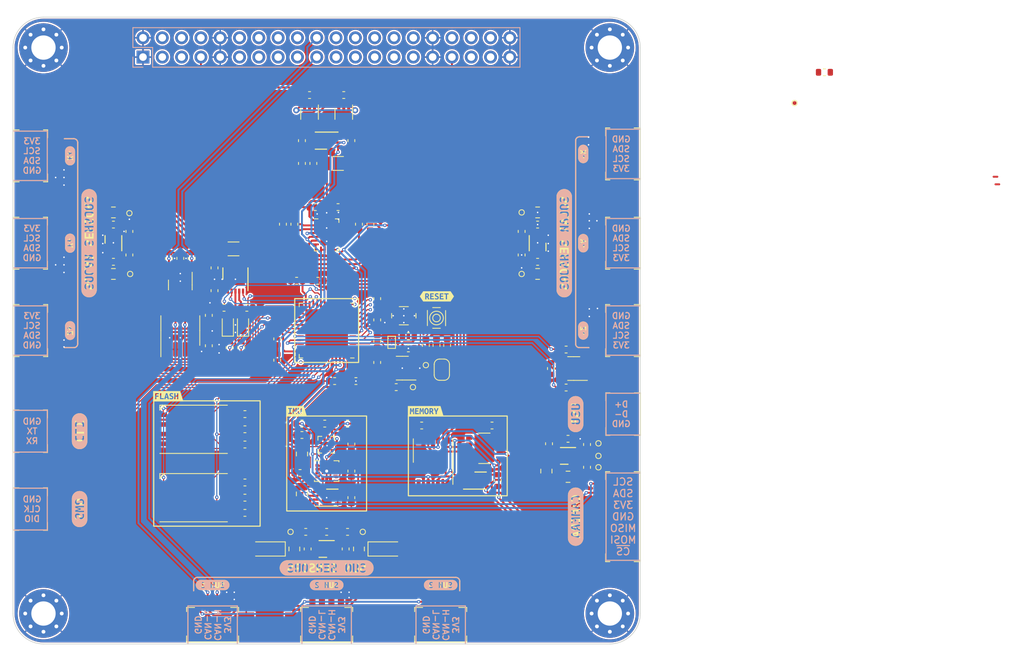
<source format=kicad_pcb>
(kicad_pcb (version 20211014) (generator pcbnew)

  (general
    (thickness 1)
  )

  (paper "A4")
  (title_block
    (title "BUTCube - Flight controller")
    (date "2022-05-26")
    (rev "v1.0")
    (comment 1 "Author: Petr Malaník")
  )

  (layers
    (0 "F.Cu" mixed)
    (31 "B.Cu" mixed)
    (32 "B.Adhes" user "B.Adhesive")
    (33 "F.Adhes" user "F.Adhesive")
    (34 "B.Paste" user)
    (35 "F.Paste" user)
    (36 "B.SilkS" user "B.Silkscreen")
    (37 "F.SilkS" user "F.Silkscreen")
    (38 "B.Mask" user)
    (39 "F.Mask" user)
    (40 "Dwgs.User" user "User.Drawings")
    (41 "Cmts.User" user "User.Comments")
    (42 "Eco1.User" user "User.Eco1")
    (43 "Eco2.User" user "User.Eco2")
    (44 "Edge.Cuts" user)
    (45 "Margin" user)
    (46 "B.CrtYd" user "B.Courtyard")
    (47 "F.CrtYd" user "F.Courtyard")
    (48 "B.Fab" user)
    (49 "F.Fab" user)
    (50 "User.1" user)
    (51 "User.2" user)
    (52 "User.3" user)
    (53 "User.4" user)
    (54 "User.5" user)
    (55 "User.6" user)
    (56 "User.7" user)
    (57 "User.8" user)
    (58 "User.9" user)
  )

  (setup
    (stackup
      (layer "F.SilkS" (type "Top Silk Screen") (color "White"))
      (layer "F.Paste" (type "Top Solder Paste"))
      (layer "F.Mask" (type "Top Solder Mask") (color "Blue") (thickness 0.01))
      (layer "F.Cu" (type "copper") (thickness 0.035))
      (layer "dielectric 1" (type "core") (thickness 0.91) (material "FR4") (epsilon_r 4.5) (loss_tangent 0.02))
      (layer "B.Cu" (type "copper") (thickness 0.035))
      (layer "B.Mask" (type "Bottom Solder Mask") (color "Blue") (thickness 0.01))
      (layer "B.Paste" (type "Bottom Solder Paste"))
      (layer "B.SilkS" (type "Bottom Silk Screen") (color "White"))
      (copper_finish "ENIG")
      (dielectric_constraints no)
    )
    (pad_to_mask_clearance 0)
    (pcbplotparams
      (layerselection 0x00010fc_ffffffff)
      (disableapertmacros false)
      (usegerberextensions false)
      (usegerberattributes true)
      (usegerberadvancedattributes true)
      (creategerberjobfile true)
      (svguseinch false)
      (svgprecision 6)
      (excludeedgelayer true)
      (plotframeref false)
      (viasonmask false)
      (mode 1)
      (useauxorigin false)
      (hpglpennumber 1)
      (hpglpenspeed 20)
      (hpglpendiameter 15.000000)
      (dxfpolygonmode true)
      (dxfimperialunits true)
      (dxfusepcbnewfont true)
      (psnegative false)
      (psa4output false)
      (plotreference true)
      (plotvalue true)
      (plotinvisibletext false)
      (sketchpadsonfab false)
      (subtractmaskfromsilk false)
      (outputformat 1)
      (mirror false)
      (drillshape 1)
      (scaleselection 1)
      (outputdirectory "")
    )
  )

  (net 0 "")
  (net 1 "Net-(C1-Pad1)")
  (net 2 "GND")
  (net 3 "+3V3")
  (net 4 "/MCU/VREF")
  (net 5 "/Camera/CAMERA_PWR")
  (net 6 "/External_sensors/SUN_PWR")
  (net 7 "Net-(C25-Pad1)")
  (net 8 "/Power/EPS#1_3V3")
  (net 9 "/Power/EPS#2_3V3")
  (net 10 "Net-(D1-Pad1)")
  (net 11 "Net-(D2-Pad1)")
  (net 12 "/External_sensors/CAN.L")
  (net 13 "Net-(J1-Pad2)")
  (net 14 "Net-(J1-Pad3)")
  (net 15 "/MCU/DBG_TX")
  (net 16 "/MCU/DBG_RX")
  (net 17 "/MCU/SWCLK")
  (net 18 "/MCU/SWDIO")
  (net 19 "/Camera/~{CS}")
  (net 20 "/Camera/SPI.MOSI")
  (net 21 "/Camera/SPI.MISO")
  (net 22 "/Camera/SPI.SCK")
  (net 23 "/Camera/I2C.SDA")
  (net 24 "/Camera/I2C.SCL")
  (net 25 "/External_sensors/MUX_1_PWR")
  (net 26 "Net-(J5-Pad2)")
  (net 27 "Net-(J5-Pad3)")
  (net 28 "/External_sensors/MUX_2_PWR")
  (net 29 "Net-(J10-Pad2)")
  (net 30 "Net-(J10-Pad3)")
  (net 31 "/External_sensors/CAN.H")
  (net 32 "unconnected-(J14-Pad3)")
  (net 33 "unconnected-(J14-Pad4)")
  (net 34 "unconnected-(J14-Pad5)")
  (net 35 "unconnected-(J14-Pad6)")
  (net 36 "unconnected-(J14-Pad8)")
  (net 37 "unconnected-(J14-Pad11)")
  (net 38 "unconnected-(J14-Pad12)")
  (net 39 "unconnected-(J14-Pad13)")
  (net 40 "unconnected-(J14-Pad14)")
  (net 41 "unconnected-(J14-Pad15)")
  (net 42 "unconnected-(J14-Pad16)")
  (net 43 "unconnected-(J14-Pad17)")
  (net 44 "unconnected-(J14-Pad18)")
  (net 45 "/MCU/RS_485.~{B}")
  (net 46 "/MCU/RS_485.A")
  (net 47 "unconnected-(J14-Pad23)")
  (net 48 "unconnected-(J14-Pad24)")
  (net 49 "unconnected-(J14-Pad25)")
  (net 50 "unconnected-(J14-Pad26)")
  (net 51 "unconnected-(J14-Pad27)")
  (net 52 "unconnected-(J14-Pad28)")
  (net 53 "unconnected-(J14-Pad29)")
  (net 54 "unconnected-(J14-Pad30)")
  (net 55 "unconnected-(J14-Pad34)")
  (net 56 "unconnected-(J14-Pad35)")
  (net 57 "unconnected-(J14-Pad36)")
  (net 58 "unconnected-(J14-Pad37)")
  (net 59 "unconnected-(J14-Pad38)")
  (net 60 "Net-(JP1-Pad1)")
  (net 61 "/MCU/NRST")
  (net 62 "/External_sensors/MUX_1_EN")
  (net 63 "Net-(NT1-Pad2)")
  (net 64 "/External_sensors/SUN_SENSOR_EN")
  (net 65 "/MCU/POWER_STATUS")
  (net 66 "Net-(NT4-Pad1)")
  (net 67 "Net-(R3-Pad1)")
  (net 68 "/MCU/USB_D-")
  (net 69 "Net-(R4-Pad1)")
  (net 70 "/MCU/USB_D+")
  (net 71 "Net-(R5-Pad1)")
  (net 72 "/MCU/VBAT")
  (net 73 "/MCU/VDDUSB")
  (net 74 "/MCU/LED1")
  (net 75 "/MCU/LED2")
  (net 76 "/MCU/CAN_RS")
  (net 77 "/MCU/RS_485_R_EN")
  (net 78 "/MCU/RS_485_T_EN")
  (net 79 "/Camera/ENABLE")
  (net 80 "Net-(R17-Pad1)")
  (net 81 "/External_sensors/~{FAULT}")
  (net 82 "Net-(R19-Pad1)")
  (net 83 "Net-(R24-Pad1)")
  (net 84 "Net-(R26-Pad1)")
  (net 85 "Net-(R27-Pad2)")
  (net 86 "Net-(R29-Pad2)")
  (net 87 "Net-(R30-Pad1)")
  (net 88 "Net-(R31-Pad1)")
  (net 89 "Net-(R32-Pad1)")
  (net 90 "Net-(R33-Pad1)")
  (net 91 "Net-(R34-Pad1)")
  (net 92 "Net-(TP4-Pad1)")
  (net 93 "Net-(TP8-Pad1)")
  (net 94 "Net-(TP10-Pad1)")
  (net 95 "Net-(TP11-Pad1)")
  (net 96 "unconnected-(U1-Pad3)")
  (net 97 "/MCU/WDG_RESET")
  (net 98 "/MCU/LSE")
  (net 99 "/External_sensors/MUX_2_EN")
  (net 100 "/MCU/HSE")
  (net 101 "/MCU/EEPROM_~{CS}")
  (net 102 "/MCU/MRAM_~{CS}")
  (net 103 "/MCU/FRAM_~{CS}")
  (net 104 "/IMU/GYRO&ACC_~{CS}")
  (net 105 "/IMU/MAGNETO_~{CS}")
  (net 106 "/MCU/RS_485_R")
  (net 107 "/MCU/RS_485_T")
  (net 108 "/MCU/CAN_RX")
  (net 109 "/MCU/CAN_TX")
  (net 110 "/Flash/SPI_MEM.SCK")
  (net 111 "/Flash/SPI_MEM.MISO")
  (net 112 "/Flash/SPI_MEM.MOSI")
  (net 113 "/Flash/BANK_1_~{CS}")
  (net 114 "/Flash/BANK_2_~{CS}")
  (net 115 "unconnected-(U5-Pad7)")
  (net 116 "unconnected-(U8-Pad11)")
  (net 117 "unconnected-(U8-Pad12)")
  (net 118 "unconnected-(U8-Pad15)")
  (net 119 "unconnected-(U8-Pad16)")
  (net 120 "unconnected-(U10-Pad3)")
  (net 121 "unconnected-(U12-Pad3)")
  (net 122 "unconnected-(U13-Pad2)")
  (net 123 "unconnected-(U13-Pad3)")
  (net 124 "unconnected-(U13-Pad4)")
  (net 125 "unconnected-(U13-Pad9)")
  (net 126 "unconnected-(U13-Pad10)")
  (net 127 "unconnected-(U13-Pad11)")
  (net 128 "unconnected-(U14-Pad2)")
  (net 129 "unconnected-(U14-Pad7)")
  (net 130 "unconnected-(U14-Pad11)")
  (net 131 "unconnected-(U14-Pad12)")
  (net 132 "unconnected-(X1-Pad1)")
  (net 133 "Net-(R25-Pad2)")

  (footprint "TCY_passives:R_0603_1608Metric" (layer "F.Cu") (at 178.5 111.5 180))

  (footprint "kibuzzard-6298BF88" (layer "F.Cu") (at 125.91 105.89))

  (footprint "Resistor_SMD:R_1206_3216Metric" (layer "F.Cu") (at 134.5 86.5 180))

  (footprint "Package_TO_SOT_SMD:SOT-363_SC-70-6" (layer "F.Cu") (at 149 68.75 -90))

  (footprint "LED_SMD:LED_0603_1608Metric" (layer "F.Cu") (at 133.75 96.5 90))

  (footprint "TCY_passives:R_0603_1608Metric" (layer "F.Cu") (at 136 121.25))

  (footprint "TCY_passives:R_0603_1608Metric" (layer "F.Cu") (at 144 123.75 180))

  (footprint "TCY_connectors:TestPoint_Pad_D0.5mm" (layer "F.Cu") (at 159.8 101.8))

  (footprint "Capacitor_SMD:C_0805_2012Metric" (layer "F.Cu") (at 143.5 113.5 -90))

  (footprint "TCY_passives:C_0603_1608Metric" (layer "F.Cu") (at 136 108.25))

  (footprint "TCY_passives:R_0603_1608Metric" (layer "F.Cu") (at 133.25 94.25 180))

  (footprint "TCY_passives:R_0603_1608Metric" (layer "F.Cu") (at 126 87.775 90))

  (footprint "TCY_passives:R_0603_1608Metric" (layer "F.Cu") (at 146.75 123.75 180))

  (footprint "TCY_connectors:Amphenol_10114830-11104LF_1x04_P1.25mm_Horizontal" (layer "F.Cu") (at 107.75 74.25 -90))

  (footprint "TCY_connectors:TestPoint_Pad_D0.5mm" (layer "F.Cu") (at 182.5 112.1))

  (footprint "Package_DFN_QFN:DFN-6-1EP_2x2mm_P0.65mm_EP1x1.6mm" (layer "F.Cu") (at 118.7 85.75 90))

  (footprint "TCY_passives:C_0603_1608Metric" (layer "F.Cu") (at 148.25 81 180))

  (footprint "TCY_passives:C_0603_1608Metric" (layer "F.Cu") (at 140.25 101.15 -90))

  (footprint "Package_TO_SOT_SMD:SOT-363_SC-70-6" (layer "F.Cu") (at 144.5 68.75 -90))

  (footprint "TCY_connectors:TestPoint_Pad_D0.5mm" (layer "F.Cu") (at 172.4 81.7))

  (footprint "Package_DFN_QFN:DFN-8-1EP_3x2mm_P0.5mm_EP1.3x1.5mm" (layer "F.Cu") (at 146.75 119.25))

  (footprint "TCY_passives:C_0603_1608Metric" (layer "F.Cu") (at 149.25 126 90))

  (footprint "TCY_connectors:Amphenol_10114830-11104LF_1x04_P1.25mm_Horizontal" (layer "F.Cu") (at 146.75 136))

  (footprint "TCY_passives:C_0603_1608Metric" (layer "F.Cu") (at 169.25 117 -90))

  (footprint "TCY_passives:R_0603_1608Metric" (layer "F.Cu") (at 143.5 72.25 90))

  (footprint "TCY_passives:C_0603_1608Metric" (layer "F.Cu") (at 150 115.75 -90))

  (footprint "TCY_connectors:Amphenol_10114830-11103LF_1x03_P1.25mm_Horizontal" (layer "F.Cu") (at 110.03 120.75 -90))

  (footprint "TCY_passives:R_0603_1608Metric" (layer "F.Cu") (at 120.8 84.2 90))

  (footprint "TCY_passives:C_0603_1608Metric" (layer "F.Cu") (at 132 92 90))

  (footprint "TCY_passives:R_0603_1608Metric" (layer "F.Cu") (at 134 99.5 -90))

  (footprint "TCY_passives:R_0603_1608Metric" (layer "F.Cu") (at 178.25 99.75 180))

  (footprint "TCY_connectors:Amphenol_10114830-11104LF_1x04_P1.25mm_Horizontal" (layer "F.Cu") (at 107.73 85.75 -90))

  (footprint "Package_DFN_QFN:DFN-6-1EP_2x2mm_P0.65mm_EP1x1.6mm" (layer "F.Cu") (at 146.75 126 180))

  (footprint "Capacitor_Tantalum_SMD:CP_EIA-3216-10_Kemet-I" (layer "F.Cu") (at 154.5 126))

  (footprint "TCY_passives:R_0603_1608Metric" (layer "F.Cu") (at 143.5 109.5))

  (footprint "TCY_oscillators:CSP-4_1.5x0.8mm" (layer "F.Cu") (at 155.3 98.8 -90))

  (footprint "TCY_passives:C_0603_1608Metric" (layer "F.Cu") (at 150 112.2 90))

  (footprint "TCY_connectors:Amphenol_10114830-11103LF_1x03_P1.25mm_Horizontal" (layer "F.Cu") (at 183.47 108.25 90))

  (footprint "TCY_passives:C_0603_1608Metric" (layer "F.Cu") (at 143.25 116 180))

  (footprint "MountingHole:MountingHole_3.2mm_M3_Pad_Via" (layer "F.Cu") (at 184 134.5))

  (footprint "TCY_passives:R_0603_1608Metric" (layer "F.Cu") (at 141 83.25 -90))

  (footprint "TCY_passives:C_0805_2012Metric" (layer "F.Cu") (at 118.7 81.7))

  (footprint "TCY_passives:R_0603_1608Metric" (layer "F.Cu") (at 150 72.25 -90))

  (footprint "kibuzzard-6298A9D6" (layer "F.Cu") (at 161.75 130.75))

  (footprint "Package_DFN_QFN:DFN-8-1EP_3x2mm_P0.5mm_EP1.3x1.5mm" (layer "F.Cu") (at 166.25 117))

  (footprint "TCY_passives:C_0603_1608Metric" (layer "F.Cu") (at 174.5 83.3 180))

  (footprint "TCY_passives:C_0603_1608Metric" (layer "F.Cu") (at 144.25 126 90))

  (footprint "Package_LGA:LGA-12_2x2mm_P0.5mm" (layer "F.Cu") (at 146.7 112.28 180))

  (footprint "TCY_passives:C_0603_1608Metric" (layer "F.Cu") (at 146.5 109.5))

  (footprint "TCY_connectors:TestPoint_Pad_D0.5mm" (layer "F.Cu") (at 172.4 89.8))

  (footprint "Capacitor_SMD:C_1206_3216Metric" (layer "F.Cu") (at 148.25 75.25))

  (footprint "Package_LGA:LGA-14_3x2.5mm_P0.5mm_LayoutBorder3x4y" (layer "F.Cu") (at 146.75 115.75))

  (footprint "TCY_passives:C_0603_1608Metric" (layer "F.Cu") (at 181 115.25 90))

  (footprint "TCY_connectors:TestPoint_Pad_D0.5mm" (layer "F.Cu") (at 142 123.75))

  (footprint "TCY_passives:R_0603_1608Metric" (layer "F.Cu") (at 151 83.25 -90))

  (footprint "TCY_connectors:Amphenol_10114830-11103LF_1x03_P1.25mm_Horizontal" (layer "F.Cu") (at 110.03 110.5 -90))

  (footprint "TCY_connectors:Amphenol_10114830-11104LF_1x04_P1.25mm_Horizontal" (layer "F.Cu") (at 161.75 136))

  (footprint "Capacitor_SMD:C_0805_2012Metric" (layer "F.Cu") (at 175.65 115.75 -90))

  (footprint "TCY_passives:C_0603_1608Metric" (layer "F.Cu") (at 149 66.25 180))

  (footprint "TCY_passives:C_0805_2012Metric" (layer "F.Cu")
    (tedit 613075DC) (tstamp 504151fe-be5c-4ca9-8eb4-611a9434868d)
    (at 174.5 81.7 180)
    (descr "Capacitor SMD 0805 (2012 Metric), square (rectangular) end terminal, IPC_7351 nominal, (Body size source: https://docs.google.com/sprea
... [2686007 chars truncated]
</source>
